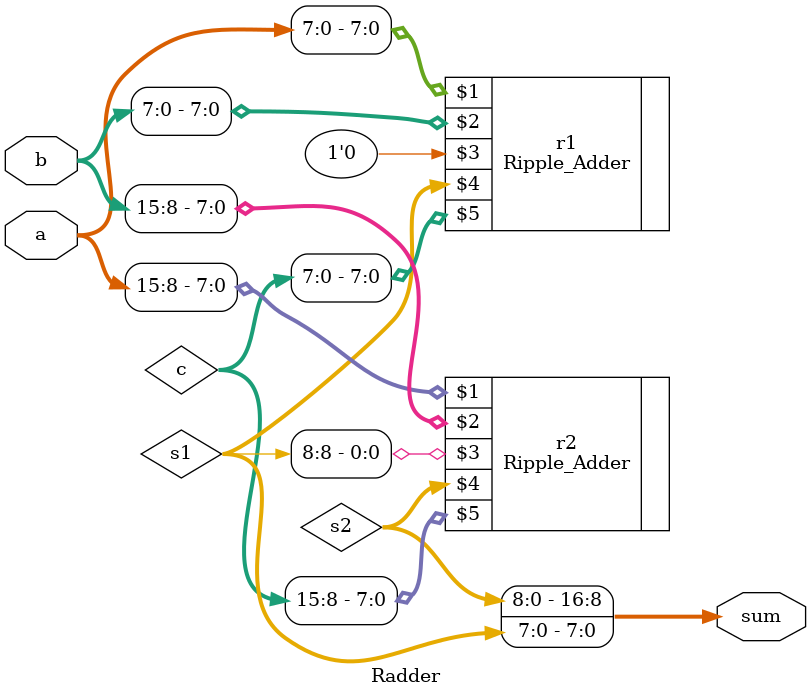
<source format=v>
module Radder(input[15:0]a,b,output [16:0]sum);
    wire [8:0] s1,s2;wire [15:0] c;
    Ripple_Adder r1(a[7:0],b[7:0],1'b0,s1[8:0],c[7:0]),
           r2(a[15:8],b[15:8],s1[8],s2[8:0],c[15:8]);
           
    assign sum = {s2[8:0],s1[7:0]};
endmodule   
</source>
